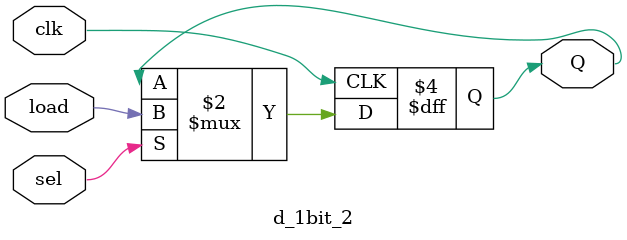
<source format=v>

module d_1bit_2(
    input wire clk,
    input wire sel,
    input wire load,
    output reg Q
);

    always @(posedge clk) begin
        if (sel)
            Q <= load;
    end

endmodule
</source>
